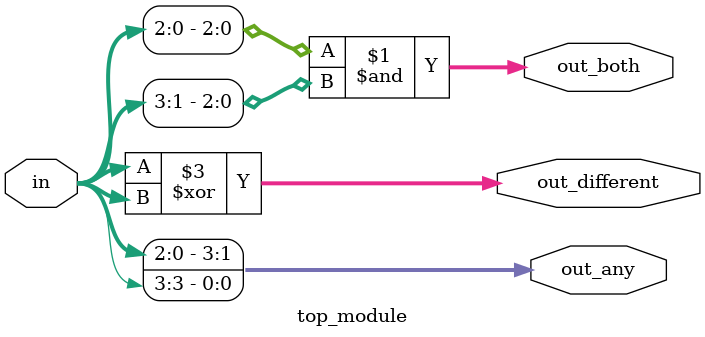
<source format=sv>
module top_module (
    input [3:0] in,
    output [2:0] out_both,
    output [3:0] out_any,
    output [3:0] out_different
);

    assign out_both = in[2:0] & in[3:1];
    assign out_any = {in[2:0], in[3]};
    
    always @(*) begin
        out_different = in ^ {in[3:1], in[0]};
    end

endmodule

</source>
